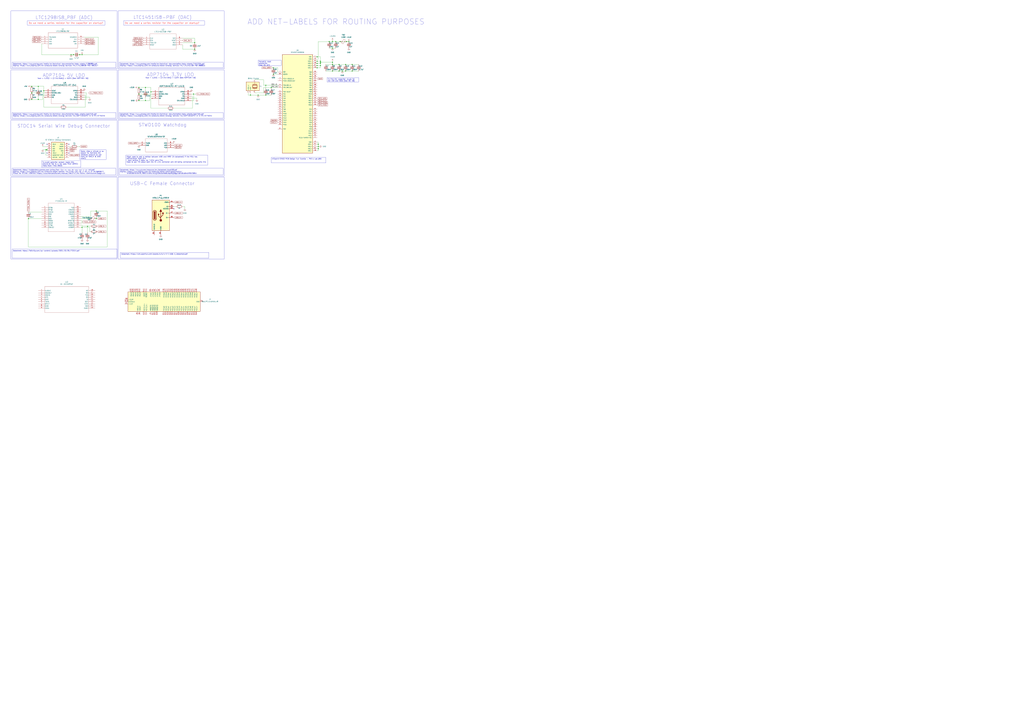
<source format=kicad_sch>
(kicad_sch (version 20231120) (generator "eeschema") (generator_version "8.0")
  (paper "A0")
  (title_block (title "0.1") (company "Kansas State University"))
  (junction (at 372.11 72.39))
  (junction (at 111.76 254))
  (junction (at 369.57 170.18))
  (junction (at 161.29 116.84))
  (junction (at 95.25 264.16))
  (junction (at 369.57 167.64))
  (junction (at 168.91 101.6))
  (junction (at 85.09 63.5))
  (junction (at 408.94 82.55))
  (junction (at 368.3 76.2))
  (junction (at 53.34 173.99))
  (junction (at 368.3 78.74))
  (junction (at 226.06 49.53))
  (junction (at 386.08 48.26))
  (junction (at 393.7 74.93))
  (junction (at 317.5 86.36))
  (junction (at 372.11 73.66))
  (junction (at 372.11 71.12))
  (junction (at 386.08 55.88))
  (junction (at 386.08 74.93))
  (junction (at 405.13 48.26))
  (junction (at 224.79 109.22))
  (junction (at 290.83 110.49))
  (junction (at 382.27 48.26))
  (junction (at 36.83 100.33))
  (junction (at 386.08 82.55))
  (junction (at 82.55 63.5))
  (junction (at 369.57 172.72))
  (junction (at 372.11 76.2))
  (junction (at 401.32 74.93))
  (junction (at 161.29 101.6))
  (junction (at 368.3 73.66))
  (junction (at 389.89 48.26))
  (junction (at 36.83 115.57))
  (junction (at 33.02 254))
  (junction (at 44.45 100.33))
  (junction (at 368.3 66.04))
  (junction (at 168.91 116.84))
  (junction (at 397.51 82.55))
  (junction (at 50.8 105.41))
  (junction (at 308.61 99.06))
  (junction (at 394.97 48.26))
  (junction (at 314.96 101.6))
  (junction (at 54.61 173.99))
  (junction (at 44.45 115.57))
  (junction (at 111.76 245.11))
  (junction (at 408.94 74.93))
  (junction (at 368.3 71.12))
  (junction (at 95.25 63.5))
  (junction (at 386.08 72.39))
  (junction (at 317.5 78.74))
  (junction (at 308.61 110.49))
  (junction (at 402.59 48.26))
  (junction (at 226.06 57.15))
  (junction (at 299.72 110.49))
  (junction (at 161.29 109.22))
  (junction (at 92.71 63.5))
  (junction (at 175.26 106.68))
  (junction (at 401.32 82.55))
  (junction (at 393.7 82.55))
  (junction (at 36.83 107.95))
  (junction (at 101.6 262.89))
  (no_connect (at 80.01 167.64))
  (no_connect (at 201.93 242.57))
  (no_connect (at 80.01 177.8))
  (no_connect (at 54.61 167.64))
  (no_connect (at 54.61 177.8))
  (wire (pts (xy 306.07 99.06) (xy 306.07 92.71)))
  (wire (pts (xy 124.46 245.11) (xy 124.46 287.02)))
  (wire (pts (xy 386.08 82.55) (xy 393.7 82.55)))
  (wire (pts (xy 389.89 48.26) (xy 386.08 48.26)))
  (wire (pts (xy 93.98 256.54) (xy 95.25 256.54)))
  (wire (pts (xy 224.79 116.84) (xy 222.25 116.84)))
  (wire (pts (xy 401.32 74.93) (xy 408.94 74.93)))
  (wire (pts (xy 175.26 106.68) (xy 176.53 106.68)))
  (wire (pts (xy 104.14 269.24) (xy 105.41 269.24)))
  (wire (pts (xy 372.11 66.04) (xy 372.11 71.12)))
  (wire (pts (xy 35.56 100.33) (xy 36.83 100.33)))
  (wire (pts (xy 382.27 48.26) (xy 382.27 49.53)))
  (wire (pts (xy 306.07 99.06) (xy 308.61 99.06)))
  (wire (pts (xy 113.03 254) (xy 111.76 254)))
  (wire (pts (xy 175.26 106.68) (xy 175.26 125.73)))
  (wire (pts (xy 214.63 240.03) (xy 214.63 242.57)))
  (wire (pts (xy 314.96 101.6) (xy 314.96 102.87)))
  (wire (pts (xy 288.29 110.49) (xy 290.83 110.49)))
  (wire (pts (xy 408.94 82.55) (xy 416.56 82.55)))
  (wire (pts (xy 314.96 101.6) (xy 322.58 101.6)))
  (wire (pts (xy 367.03 73.66) (xy 368.3 73.66)))
  (wire (pts (xy 111.76 252.73) (xy 111.76 254)))
  (wire (pts (xy 226.06 44.45) (xy 226.06 49.53)))
  (wire (pts (xy 226.06 49.53) (xy 212.09 49.53)))
  (wire (pts (xy 372.11 72.39) (xy 372.11 71.12)))
  (wire (pts (xy 99.06 110.49) (xy 99.06 124.46)))
  (wire (pts (xy 33.02 246.38) (xy 48.26 246.38)))
  (wire (pts (xy 95.25 264.16) (xy 104.14 264.16)))
  (wire (pts (xy 49.53 115.57) (xy 49.53 110.49)))
  (wire (pts (xy 212.09 44.45) (xy 226.06 44.45)))
  (wire (pts (xy 372.11 73.66) (xy 372.11 76.2)))
  (wire (pts (xy 168.91 116.84) (xy 173.99 116.84)))
  (wire (pts (xy 224.79 109.22) (xy 224.79 116.84)))
  (wire (pts (xy 368.3 78.74) (xy 372.11 78.74)))
  (wire (pts (xy 160.02 116.84) (xy 161.29 116.84)))
  (wire (pts (xy 382.27 48.26) (xy 386.08 48.26)))
  (wire (pts (xy 50.8 105.41) (xy 52.07 105.41)))
  (wire (pts (xy 50.8 105.41) (xy 50.8 124.46)))
  (wire (pts (xy 368.3 68.58) (xy 369.57 68.58)))
  (wire (pts (xy 290.83 110.49) (xy 299.72 110.49)))
  (wire (pts (xy 36.83 100.33) (xy 44.45 100.33)))
  (wire (pts (xy 95.25 256.54) (xy 95.25 259.08)))
  (wire (pts (xy 173.99 116.84) (xy 173.99 111.76)))
  (wire (pts (xy 386.08 71.12) (xy 386.08 72.39)))
  (wire (pts (xy 90.17 170.18) (xy 92.71 170.18)))
  (wire (pts (xy 53.34 173.99) (xy 54.61 173.99)))
  (wire (pts (xy 317.5 86.36) (xy 322.58 86.36)))
  (wire (pts (xy 44.45 100.33) (xy 44.45 104.14)))
  (wire (pts (xy 101.6 262.89) (xy 105.41 262.89)))
  (wire (pts (xy 36.83 107.95) (xy 52.07 107.95)))
  (wire (pts (xy 95.25 264.16) (xy 95.25 270.51)))
  (wire (pts (xy 36.83 115.57) (xy 44.45 115.57)))
  (wire (pts (xy 369.57 165.1) (xy 369.57 167.64)))
  (wire (pts (xy 299.72 110.49) (xy 308.61 110.49)))
  (wire (pts (xy 317.5 78.74) (xy 322.58 78.74)))
  (wire (pts (xy 368.3 73.66) (xy 372.11 73.66)))
  (wire (pts (xy 95.25 259.08) (xy 93.98 259.08)))
  (wire (pts (xy 93.98 251.46) (xy 105.41 251.46)))
  (wire (pts (xy 393.7 82.55) (xy 397.51 82.55)))
  (wire (pts (xy 201.93 240.03) (xy 204.47 240.03)))
  (wire (pts (xy 173.99 111.76) (xy 176.53 111.76)))
  (wire (pts (xy 161.29 101.6) (xy 168.91 101.6)))
  (wire (pts (xy 114.3 63.5) (xy 95.25 63.5)))
  (wire (pts (xy 97.79 113.03) (xy 104.14 113.03)))
  (wire (pts (xy 48.26 63.5) (xy 82.55 63.5)))
  (wire (pts (xy 222.25 111.76) (xy 223.52 111.76)))
  (wire (pts (xy 105.41 251.46) (xy 105.41 245.11)))
  (wire (pts (xy 223.52 111.76) (xy 223.52 125.73)))
  (wire (pts (xy 224.79 109.22) (xy 222.25 109.22)))
  (wire (pts (xy 228.6 114.3) (xy 228.6 115.57)))
  (wire (pts (xy 306.07 101.6) (xy 314.96 101.6)))
  (wire (pts (xy 49.53 110.49) (xy 52.07 110.49)))
  (wire (pts (xy 369.57 170.18) (xy 369.57 172.72)))
  (wire (pts (xy 49.53 170.18) (xy 54.61 170.18)))
  (wire (pts (xy 104.14 264.16) (xy 104.14 269.24)))
  (wire (pts (xy 100.33 115.57) (xy 97.79 115.57)))
  (wire (pts (xy 386.08 55.88) (xy 389.89 55.88)))
  (wire (pts (xy 367.03 71.12) (xy 368.3 71.12)))
  (wire (pts (xy 33.02 287.02) (xy 124.46 287.02)))
  (wire (pts (xy 49.53 173.99) (xy 53.34 173.99)))
  (wire (pts (xy 168.91 101.6) (xy 168.91 105.41)))
  (wire (pts (xy 168.91 113.03) (xy 168.91 116.84)))
  (wire (pts (xy 369.57 167.64) (xy 369.57 170.18)))
  (wire (pts (xy 368.3 167.64) (xy 369.57 167.64)))
  (wire (pts (xy 367.03 66.04) (xy 368.3 66.04)))
  (wire (pts (xy 393.7 74.93) (xy 401.32 74.93)))
  (wire (pts (xy 386.08 74.93) (xy 393.7 74.93)))
  (wire (pts (xy 397.51 82.55) (xy 401.32 82.55)))
  (wire (pts (xy 161.29 109.22) (xy 176.53 109.22)))
  (wire (pts (xy 101.6 262.89) (xy 101.6 270.51)))
  (wire (pts (xy 97.79 110.49) (xy 99.06 110.49)))
  (wire (pts (xy 227.33 109.22) (xy 224.79 109.22)))
  (wire (pts (xy 80.01 170.18) (xy 82.55 170.18)))
  (wire (pts (xy 35.56 115.57) (xy 36.83 115.57)))
  (wire (pts (xy 33.02 254) (xy 33.02 287.02)))
  (wire (pts (xy 368.3 66.04) (xy 372.11 66.04)))
  (wire (pts (xy 290.83 107.95) (xy 290.83 110.49)))
  (wire (pts (xy 386.08 72.39) (xy 386.08 74.93)))
  (wire (pts (xy 408.94 74.93) (xy 416.56 74.93)))
  (wire (pts (xy 367.03 78.74) (xy 368.3 78.74)))
  (wire (pts (xy 402.59 48.26) (xy 394.97 48.26)))
  (wire (pts (xy 288.29 107.95) (xy 288.29 110.49)))
  (wire (pts (xy 48.26 254) (xy 33.02 254)))
  (wire (pts (xy 212.09 57.15) (xy 226.06 57.15)))
  (wire (pts (xy 44.45 115.57) (xy 49.53 115.57)))
  (wire (pts (xy 223.52 125.73) (xy 201.93 125.73)))
  (wire (pts (xy 372.11 72.39) (xy 386.08 72.39)))
  (wire (pts (xy 372.11 76.2) (xy 372.11 78.74)))
  (wire (pts (xy 95.25 262.89) (xy 101.6 262.89)))
  (wire (pts (xy 306.07 101.6) (xy 306.07 107.95)))
  (wire (pts (xy 369.57 48.26) (xy 382.27 48.26)))
  (wire (pts (xy 161.29 116.84) (xy 168.91 116.84)))
  (wire (pts (xy 160.02 101.6) (xy 161.29 101.6)))
  (wire (pts (xy 97.79 43.18) (xy 114.3 43.18)))
  (wire (pts (xy 50.8 100.33) (xy 50.8 105.41)))
  (wire (pts (xy 386.08 46.99) (xy 386.08 48.26)))
  (wire (pts (xy 369.57 175.26) (xy 368.3 175.26)))
  (wire (pts (xy 368.3 172.72) (xy 369.57 172.72)))
  (wire (pts (xy 104.14 254) (xy 93.98 254)))
  (wire (pts (xy 212.09 52.07) (xy 212.09 57.15)))
  (wire (pts (xy 369.57 170.18) (xy 370.84 170.18)))
  (wire (pts (xy 111.76 245.11) (xy 124.46 245.11)))
  (wire (pts (xy 369.57 68.58) (xy 369.57 48.26)))
  (wire (pts (xy 401.32 82.55) (xy 408.94 82.55)))
  (wire (pts (xy 48.26 50.8) (xy 48.26 63.5)))
  (wire (pts (xy 382.27 55.88) (xy 386.08 55.88)))
  (wire (pts (xy 50.8 124.46) (xy 69.85 124.46)))
  (wire (pts (xy 368.3 76.2) (xy 372.11 76.2)))
  (wire (pts (xy 85.09 63.5) (xy 92.71 63.5)))
  (wire (pts (xy 402.59 48.26) (xy 405.13 48.26)))
  (wire (pts (xy 54.61 180.34) (xy 53.34 180.34)))
  (wire (pts (xy 317.5 78.74) (xy 316.23 78.74)))
  (wire (pts (xy 308.61 99.06) (xy 308.61 102.87)))
  (wire (pts (xy 54.61 173.99) (xy 54.61 175.26)))
  (wire (pts (xy 168.91 101.6) (xy 175.26 101.6)))
  (wire (pts (xy 212.09 240.03) (xy 214.63 240.03)))
  (wire (pts (xy 368.3 170.18) (xy 369.57 170.18)))
  (wire (pts (xy 54.61 172.72) (xy 54.61 173.99)))
  (wire (pts (xy 104.14 113.03) (xy 104.14 114.3)))
  (wire (pts (xy 44.45 111.76) (xy 44.45 115.57)))
  (wire (pts (xy 93.98 261.62) (xy 95.25 261.62)))
  (wire (pts (xy 100.33 107.95) (xy 100.33 115.57)))
  (wire (pts (xy 53.34 180.34) (xy 53.34 173.99)))
  (wire (pts (xy 175.26 101.6) (xy 175.26 106.68)))
  (wire (pts (xy 368.3 71.12) (xy 372.11 71.12)))
  (wire (pts (xy 322.58 83.82) (xy 322.58 78.74)))
  (wire (pts (xy 306.07 92.71) (xy 295.91 92.71)))
  (wire (pts (xy 308.61 110.49) (xy 314.96 110.49)))
  (wire (pts (xy 306.07 107.95) (xy 295.91 107.95)))
  (wire (pts (xy 378.46 82.55) (xy 386.08 82.55)))
  (wire (pts (xy 175.26 125.73) (xy 194.31 125.73)))
  (wire (pts (xy 114.3 43.18) (xy 114.3 63.5)))
  (wire (pts (xy 367.03 76.2) (xy 368.3 76.2)))
  (wire (pts (xy 44.45 100.33) (xy 50.8 100.33)))
  (wire (pts (xy 222.25 114.3) (xy 228.6 114.3)))
  (wire (pts (xy 100.33 107.95) (xy 97.79 107.95)))
  (wire (pts (xy 99.06 124.46) (xy 77.47 124.46)))
  (wire (pts (xy 105.41 245.11) (xy 111.76 245.11)))
  (wire (pts (xy 372.11 72.39) (xy 372.11 73.66)))
  (wire (pts (xy 369.57 172.72) (xy 369.57 175.26)))
  (wire (pts (xy 378.46 74.93) (xy 386.08 74.93)))
  (wire (pts (xy 95.25 261.62) (xy 95.25 262.89)))
  (wire (pts (xy 389.89 48.26) (xy 394.97 48.26)))
  (wire (pts (xy 85.09 63.5) (xy 82.55 63.5)))
  (wire (pts (xy 308.61 99.06) (xy 322.58 99.06)))
  (wire (pts (xy 93.98 264.16) (xy 95.25 264.16)))
  (wire (pts (xy 368.3 165.1) (xy 369.57 165.1)))
  (wire (pts (xy 95.25 63.5) (xy 92.71 63.5)))
  (rectangle (start 137.16 81.28) (end 260.35 138.43))
  (rectangle (start 12.7 81.28) (end 135.89 138.43))
  (rectangle (start 12.7 12.7) (end 135.89 80.01))
  (rectangle (start 12.7 139.7) (end 135.89 204.47))
  (rectangle (start 137.16 12.7) (end 260.35 80.01))
  (rectangle (start 137.16 139.7) (end 260.35 204.47))
  (rectangle (start 12.7 205.74) (end 135.89 300.99))
  (rectangle (start 137.16 205.74) (end 260.35 300.99))
  (text_box "Parasitic reset protection\n{See DS-67}" (at 299.72 69.85 0) (size 26.67 6.35) (effects (font (size 1.27 1.27)) (justify left top)))
  (text_box "Do we need a series resistor for the capacitor on startup?" (at 31.75 24.13 0) (size 90.17 5.08) (effects (font (size 1.905 1.905)) (justify left top)))
  (text_box "Datasheet: https://suddendocs.samtec.com/prints/ftsh-1xx-xx-xxx-dv-xxx-xxx-x-xx-mkt.pdf\nDigikey: https://www.digikey.com/en/products/detail/samtec-inc/FTSH-107-01-F-DV-K-P-TR/6693677\nPinout for STLINK-V3MINIE: https://www.manualslib.com/manual/2612747/St-Stlink-V3minie.html?page=11" (at 13.97 195.58 0) (size 120.65 7.62) (effects (font (size 1.27 1.27)) (justify left top)))
  (text_box "Datasheet: https://cdn.sparkfun.com/assets/e/b/4/f/7/USB-C_Datasheet.pdf" (at 139.7 293.37 0) (size 102.87 6.35) (effects (font (size 1.27 1.27)) (justify left top)))
  (text_box "Datasheet: https://ftdichip.com/wp-content/uploads/2021/10/DS_FT231X.pdf" (at 13.97 289.56 0) (size 121.92 10.16) (effects (font (size 1.27 1.27)) (justify left top)))
  (text_box "Datasheet: https://www.analog.com/media/en/technical-documentation/data-sheets/adp7104.pdf\nDigikey: https://www.digikey.com/en/products/detail/analog-devices-inc/ADP7104ACPZ-5-0-R7/3775245" (at 13.97 130.81 0) (size 120.65 6.35) (effects (font (size 1.27 1.27)) (justify left top)))
  (text_box "Do we need a series resistor for the capacitor on startup?" (at 143.51 24.13 0) (size 93.98 5.08) (effects (font (size 1.905 1.905)) (justify left top)))
  (text_box "Might need to add a resistor between WDO and NRST (in datasheet) if the MCU has bidirectional reset pins\nI dont believe it does, so i think were fine.\nNeed to ask Tim about both the ST-Link connector and WD being connected to the same line" (at 146.05 180.34 0) (size 95.25 11.43) (effects (font (size 1.27 1.27)) (justify left top)))
  (text_box "Same video a minute or so sooner he mentions the resistors (should we use them for SWCLK & SWO also?)" (at 92.71 173.99 0) (size 30.48 11.43) (effects (font (size 1.27 1.27)) (justify left top)))
  (text_box "Datasheet: https://www.analog.com/media/en/technical-documentation/data-sheets/adp7104.pdf\nDigikey: https://www.digikey.com/en/products/detail/analog-devices-inc/ADP7104ACPZ-3-3-R7/3775244" (at 138.43 130.81 0) (size 120.65 6.35) (effects (font (size 1.27 1.27)) (justify left top)))
  (text_box "To avoid potential random resets this should be fed by a low pass filter (NRST)\nVideo Start Time: 59:55" (at 48.26 186.69 0) (size 45.72 7.62) (effects (font (size 1.27 1.27)) (justify left top)))
  (text_box "Datasheet: https://www.analog.com/media/en/technical-documentation/data-sheets/145123fs.pdf\nDigikey: https://www.digikey.com/en/products/detail/analog-devices-inc/LTC1451IS8-PBF/888831\n" (at 138.43 72.39 0) (size 120.65 6.35) (effects (font (size 1.27 1.27)) (justify left top)))
  (text_box "KiCad 6 STM32 PCB Design Full Tutorial - Phil's Lab #65" (at 314.96 182.88 0) (size 63.5 6.35) (effects (font (size 1.27 1.27)) (justify left top)))
  (text_box "Datasheet: https://www.analog.com/media/en/technical-documentation/data-sheets/128698fs.pdf\nDigikey: https://www.digikey.com/en/products/detail/analog-devices-inc/LTC1298IS8-PBF/891017" (at 13.97 72.39 0) (size 120.65 6.35) (effects (font (size 1.27 1.27)) (justify left top)))
  (text_box "Datasheet: https://www.st.com/resource/en/datasheet/stwd100.pdf\nDigikey: https://www.digikey.com/en/products/detail/stmicroelectronics/\n        STWD100YNXWY3F/9557110?s=N4IgTCBcDaIMoBUDqARAjABgwTQHIA0lsBmAMRAF0BfIA" (at 138.43 195.58 0) (size 120.65 7.62) (effects (font (size 1.27 1.27)) (justify left top)))
  (text_box "To find the capacitor values for the VDD and VDDA {See DS-36}" (at 379.73 90.17 0) (size 36.83 5.08) (effects (font (size 1.27 1.27)) (justify left top)))
  (text "STDC14 Serial Wire Debug Connector" (at 73.914 146.558 0) (effects (font (size 3.81 3.81))))
  (text "LTC1298IS8_PBF (ADC)\n" (at 74.422 20.574 0) (effects (font (size 3.81 3.81))))
  (text "Vout = 1.22(1 + (17.4k/10k)) = 3.34V {See ADP7104-16}" (at 198.12 90.424 0) (effects (font (size 1.27 1.27))))
  (text "STWD100 Watchdog" (at 188.722 145.288 0) (effects (font (size 3.81 3.81))))
  (text "ADD NET-LABELS FOR ROUTING PURPOSES" (at 390.144 25.4 0) (effects (font (size 6.35 6.35))))
  (text "USB-C Female Connector" (at 188.468 213.36 0) (effects (font (size 3.81 3.81))))
  (text "LTC1451IS8-PBF (DAC)" (at 188.722 20.32 0) (effects (font (size 3.81 3.81))))
  (text "ADP7104 5V LDO" (at 74.168 87.63 0) (effects (font (size 3.81 3.81))))
  (text "Vout = 1.22(1 + (17.4k/5.6k)) = 5.01V {See ADP7104-16}" (at 73.152 91.186 0) (effects (font (size 1.27 1.27))))
  (text "ADP7104 3.3V LDO" (at 197.866 86.868 0) (effects (font (size 3.81 3.81))))
  (label "OSC_IN" (at 314.96 99.06 0))
  (label "OSC_OUT" (at 314.96 101.6 0))
  (global_label "MCU_NRST" (shape input) (at 316.23 78.74 180) (property "Intersheetrefs" "${INTERSHEET_REFS}" (effects (hide yes))))
  (global_label "SPI2_MOSI" (shape input) (at 368.3 121.92 0) (property "Intersheetrefs" "${INTERSHEET_REFS}" (effects (hide yes))))
  (global_label "SWO" (shape input) (at 368.3 91.44 0) (property "Intersheetrefs" "${INTERSHEET_REFS}" (effects (hide yes))))
  (global_label "SPI2_CS" (shape input) (at 166.37 49.53 180) (property "Intersheetrefs" "${INTERSHEET_REFS}" (effects (hide yes))))
  (global_label "USB_D-" (shape input) (at 201.93 247.65 0) (property "Intersheetrefs" "${INTERSHEET_REFS}" (effects (hide yes))))
  (global_label "USB_V+" (shape input) (at 201.93 234.95 0) (property "Intersheetrefs" "${INTERSHEET_REFS}" (effects (hide yes))))
  (global_label "USB_D+" (shape input) (at 113.03 269.24 0) (property "Intersheetrefs" "${INTERSHEET_REFS}" (effects (hide yes))))
  (global_label "SPI2_CLK" (shape input) (at 368.3 116.84 0) (property "Intersheetrefs" "${INTERSHEET_REFS}" (effects (hide yes))))
  (global_label "V+_FROM_PCIE" (shape input) (at 102.87 107.95 0) (property "Intersheetrefs" "${INTERSHEET_REFS}" (effects (hide yes))))
  (global_label "SPI2_MISO" (shape input) (at 368.3 119.38 0) (property "Intersheetrefs" "${INTERSHEET_REFS}" (effects (hide yes))))
  (global_label "SWO" (shape input) (at 80.01 175.26 0) (property "Intersheetrefs" "${INTERSHEET_REFS}" (effects (hide yes))))
  (global_label "SPI2_MOSI" (shape input) (at 166.37 46.99 180) (property "Intersheetrefs" "${INTERSHEET_REFS}" (effects (hide yes))))
  (global_label "SWDIO" (shape input) (at 322.58 139.7 180) (property "Intersheetrefs" "${INTERSHEET_REFS}" (effects (hide yes))))
  (global_label "MCU_NRST" (shape input) (at 80.01 180.34 0) (property "Intersheetrefs" "${INTERSHEET_REFS}" (effects (hide yes))))
  (global_label "USB_V+" (shape input) (at 113.03 254 0) (property "Intersheetrefs" "${INTERSHEET_REFS}" (effects (hide yes))))
  (global_label "SWDIO" (shape input) (at 92.71 170.18 0) (property "Intersheetrefs" "${INTERSHEET_REFS}" (effects (hide yes))))
  (global_label "ADC_CH0" (shape input) (at 48.26 45.72 180) (property "Intersheetrefs" "${INTERSHEET_REFS}" (effects (hide yes))))
  (global_label "ADC_CH1" (shape input) (at 48.26 48.26 180) (property "Intersheetrefs" "${INTERSHEET_REFS}" (effects (hide yes))))
  (global_label "SPI2_MISO" (shape input) (at 166.37 52.07 180) (property "Intersheetrefs" "${INTERSHEET_REFS}" (effects (hide yes))))
  (global_label "SPI2_MOSI" (shape input) (at 97.79 50.8 0) (property "Intersheetrefs" "${INTERSHEET_REFS}" (effects (hide yes))))
  (global_label "SWCLK" (shape input) (at 80.01 172.72 0) (property "Intersheetrefs" "${INTERSHEET_REFS}" (effects (hide yes))))
  (global_label "WD_EN" (shape input) (at 201.93 171.45 0) (property "Intersheetrefs" "${INTERSHEET_REFS}" (effects (hide yes))))
  (global_label "WD_WDI" (shape input) (at 201.93 168.91 0) (property "Intersheetrefs" "${INTERSHEET_REFS}" (effects (hide yes))))
  (global_label "SPI2_CS" (shape input) (at 48.26 43.18 180) (property "Intersheetrefs" "${INTERSHEET_REFS}" (effects (hide yes))))
  (global_label "FT231_3V3OUT" (shape input) (at 95.25 257.81 0) (property "Intersheetrefs" "${INTERSHEET_REFS}" (effects (hide yes))))
  (global_label "SPI2_NSS" (shape input) (at 368.3 114.3 0) (property "Intersheetrefs" "${INTERSHEET_REFS}" (effects (hide yes))))
  (global_label "FT231_3V3OUT" (shape input) (at 33.02 246.38 90) (property "Intersheetrefs" "${INTERSHEET_REFS}" (effects (hide yes))))
  (global_label "V+_FROM_PCIE" (shape input) (at 227.33 109.22 0) (property "Intersheetrefs" "${INTERSHEET_REFS}" (effects (hide yes))))
  (global_label "USB_D-" (shape input) (at 113.03 262.89 0) (property "Intersheetrefs" "${INTERSHEET_REFS}" (effects (hide yes))))
  (global_label "SPI2_CLK" (shape input) (at 97.79 45.72 0) (property "Intersheetrefs" "${INTERSHEET_REFS}" (effects (hide yes))))
  (global_label "SPI2_CLK" (shape input) (at 166.37 44.45 180) (property "Intersheetrefs" "${INTERSHEET_REFS}" (effects (hide yes))))
  (global_label "SPI2_MISO" (shape input) (at 97.79 48.26 0) (property "Intersheetrefs" "${INTERSHEET_REFS}" (effects (hide yes))))
  (global_label "SWCLK" (shape input) (at 322.58 142.24 180) (property "Intersheetrefs" "${INTERSHEET_REFS}" (effects (hide yes))))
  (global_label "DAC_OUT" (shape input) (at 212.09 46.99 0) (property "Intersheetrefs" "${INTERSHEET_REFS}" (effects (hide yes))))
  (global_label "USB_D+" (shape input) (at 201.93 252.73 0) (property "Intersheetrefs" "${INTERSHEET_REFS}" (effects (hide yes))))
  (global_label "MCU_NRST" (shape input) (at 161.29 166.37 180) (property "Intersheetrefs" "${INTERSHEET_REFS}" (effects (hide yes))))
  (symbol (lib_id "Device:R") (at 73.66 124.46 90) (unit 1)
    (property "Reference" "R5" (at 73.66 122.174 90))
    (property "Value" "100k" (at 73.66 126.746 90))
    (property "Footprint" "Resistor_SMD:R_0805_2012Metric" (effects (hide yes)))
    (property "Description" "Resistor" (effects (hide yes)))
  )
  (symbol (lib_id "Device:C") (at 168.91 109.22 0) (unit 1)
    (property "Reference" "C19" (at 169.164 107.188 0) (effects (justify left)))
    (property "Value" "2.2uF" (at 169.164 111.252 0) (effects (justify left)))
    (property "Footprint" "Capacitor_SMD:C_0805_2012Metric" (effects (hide yes)))
    (property "Description" "Unpolarized capacitor" (effects (hide yes)))
  )
  (symbol (lib_id "Connector:USB_C_Plug_USB2.0") (at 186.69 250.19 0) (unit 1)
    (property "Reference" "P1" (at 186.69 227.33 0))
    (property "Value" "USB_C_Plug_USB2.0" (at 186.69 229.87 0))
    (property "Datasheet" "https://www.usb.org/sites/default/files/documents/usb_type-c.zip" (effects (hide yes)))
    (property "Description" "USB 2.0-only Type-C Plug connector" (effects (hide yes)))
  )
  (symbol (lib_id "Device:R") (at 161.29 105.41 180) (unit 1)
    (property "Reference" "R8" (at 162.306 104.14 0) (effects (justify right)))
    (property "Value" "17.4k" (at 162.306 106.68 0) (effects (justify right)))
    (property "Footprint" "Resistor_SMD:R_0805_2012Metric" (effects (hide yes)))
    (property "Description" "Resistor" (effects (hide yes)))
  )
  (symbol (lib_id "Device:C") (at 101.6 274.32 0) (unit 1)
    (property "Reference" "C4" (at 98.806 272.288 0) (effects (justify left)))
    (property "Value" "47pF" (at 101.854 276.352 0) (effects (justify left)))
    (property "Footprint" "Capacitor_SMD:C_0805_2012Metric" (effects (hide yes)))
    (property "Description" "Unpolarized capacitor" (effects (hide yes)))
  )
  (symbol (lib_id "power:+5V") (at 35.56 100.33 90) (unit 1)
    (property "Reference" "#PWR018" (effects (hide yes)))
    (property "Value" "+5V" (at 31.75 100.3299 90) (effects (justify left)))
    (property "Description" "Power symbol creates a global label with name \"+5V\"" (effects (hide yes)))
  )
  (symbol (lib_id "Device:C") (at 405.13 52.07 0) (unit 1)
    (property "Reference" "C15" (at 405.384 50.038 0) (effects (justify left)))
    (property "Value" "1uF" (at 405.384 54.102 0) (effects (justify left)))
    (property "Footprint" "Capacitor_SMD:C_0805_2012Metric" (effects (hide yes)))
    (property "Description" "Unpolarized capacitor" (effects (hide yes)))
  )
  (symbol (lib_id "power:GND") (at 214.63 242.57 0) (unit 1)
    (property "Reference" "#PWR05" (effects (hide yes)))
    (property "Value" "GND" (at 214.63 247.65 0))
    (property "Description" "Power symbol creates a global label with name \"GND\" , ground" (effects (hide yes)))
  )
  (symbol (lib_id "power:GND") (at 49.53 173.99 0) (unit 1)
    (property "Reference" "#PWR015" (effects (hide yes)))
    (property "Value" "GND" (at 49.53 178.054 0))
    (property "Description" "Power symbol creates a global label with name \"GND\" , ground" (effects (hide yes)))
  )
  (symbol (lib_id "Device:C") (at 382.27 52.07 0) (unit 1)
    (property "Reference" "C13" (at 382.27 50.038 0) (effects (justify left)))
    (property "Value" "10nF" (at 382.27 54.102 0) (effects (justify left)))
    (property "Footprint" "Capacitor_SMD:C_0805_2012Metric" (effects (hide yes)))
    (property "Description" "Unpolarized capacitor" (effects (hide yes)))
  )
  (symbol (lib_id "Device:R") (at 109.22 262.89 90) (unit 1)
    (property "Reference" "R3" (at 109.22 260.858 90))
    (property "Value" "27" (at 109.22 264.922 90))
    (property "Description" "Resistor" (effects (hide yes)))
  )
  (symbol (lib_id "power:+5V") (at 95.25 63.5 0) (unit 1)
    (property "Reference" "#PWR02" (effects (hide yes)))
    (property "Value" "+5V" (at 95.25 58.42 0))
    (property "Description" "Power symbol creates a global label with name \"+5V\"" (effects (hide yes)))
  )
  (symbol (lib_id "power:GND") (at 226.06 57.15 0) (unit 1)
    (property "Reference" "#PWR03" (effects (hide yes)))
    (property "Value" "GND" (at 226.06 62.23 0))
    (property "Description" "Power symbol creates a global label with name \"GND\" , ground" (effects (hide yes)))
  )
  (symbol (lib_id "power:GND") (at 161.29 168.91 0) (unit 1)
    (property "Reference" "#PWR026" (effects (hide yes)))
    (property "Value" "GND" (at 161.29 173.99 0))
    (property "Description" "Power symbol creates a global label with name \"GND\" , ground" (effects (hide yes)))
  )
  (symbol (lib_id "power:+3.3VA") (at 386.08 46.99 0) (unit 1)
    (property "Reference" "#PWR011" (effects (hide yes)))
    (property "Value" "+3.3VA" (at 386.08 41.91 0))
    (property "Description" "Power symbol creates a global label with name \"+3.3VA\"" (effects (hide yes)))
  )
  (symbol (lib_id "power:GND") (at 97.79 105.41 180) (unit 1)
    (property "Reference" "#PWR024" (effects (hide yes)))
    (property "Value" "GND" (at 97.79 100.33 0))
    (property "Description" "Power symbol creates a global label with name \"GND\" , ground" (effects (hide yes)))
  )
  (symbol (lib_id "power:GND") (at 397.51 82.55 0) (unit 1)
    (property "Reference" "#PWR010" (effects (hide yes)))
    (property "Value" "GND" (at 397.51 87.63 0))
    (property "Description" "Power symbol creates a global label with name \"GND\" , ground" (effects (hide yes)))
  )
  (symbol (lib_id "Device:C") (at 314.96 106.68 0) (unit 1)
    (property "Reference" "C17" (at 314.96 104.648 0) (effects (justify left)))
    (property "Value" "10pF" (at 314.96 108.712 0) (effects (justify left)))
    (property "Footprint" "Capacitor_SMD:C_0805_2012Metric" (effects (hide yes)))
    (property "Description" "Unpolarized capacitor" (effects (hide yes)))
  )
  (symbol (lib_id "power:GND") (at 160.02 116.84 270) (unit 1)
    (property "Reference" "#PWR022" (effects (hide yes)))
    (property "Value" "GND" (at 156.21 116.8399 90) (effects (justify right)))
    (property "Description" "Power symbol creates a global label with name \"GND\" , ground" (effects (hide yes)))
  )
  (symbol (lib_id "STM32F103RBT6:STM32F103RBT6") (at 345.44 119.38 0) (unit 1)
    (property "Reference" "U5" (at 345.44 58.42 0))
    (property "Value" "STM32F103RBT6" (at 345.44 60.96 0))
    (property "Footprint" "SDII LIB:QFP50P1200X1200X160-64N" (effects (hide yes)))
    (property "PARTREV" "18" (effects (hide yes)))
    (property "STANDARD" "IPC 7351B" (effects (hide yes)))
    (property "SNAPEDA_PACKAGE_ID" "22078" (effects (hide yes)))
    (property "MAXIMUM_PACKAGE_HEIGHT" "1.6 mm" (effects (hide yes)))
    (property "MANUFACTURER" "STMicroelectronics" (effects (hide yes)))
  )
  (symbol (lib_id "Device:C") (at 416.56 78.74 180) (unit 1)
    (property "Reference" "C12" (at 416.814 76.708 0) (effects (justify right)))
    (property "Value" "4.7uF" (at 416.814 80.772 0) (effects (justify right)))
    (property "Footprint" "Capacitor_SMD:C_0805_2012Metric" (effects (hide yes)))
    (property "Description" "Unpolarized capacitor" (effects (hide yes)))
  )
  (symbol (lib_id "Device:C") (at 386.08 78.74 180) (unit 1)
    (property "Reference" "C8" (at 386.08 76.708 0) (effects (justify right)))
    (property "Value" "100nF" (at 386.334 80.772 0) (effects (justify right)))
    (property "Footprint" "Capacitor_SMD:C_0805_2012Metric" (effects (hide yes)))
    (property "Description" "Unpolarized capacitor" (effects (hide yes)))
  )
  (symbol (lib_id "power:GND") (at 186.69 273.05 0) (unit 1)
    (property "Reference" "#PWR04" (effects (hide yes)))
    (property "Value" "GND" (at 186.69 278.13 0))
    (property "Description" "Power symbol creates a global label with name \"GND\" , ground" (effects (hide yes)))
  )
  (symbol (lib_id "LTC1451 (DAC):LTC1451IS8-PBF") (at 166.37 44.45 0) (unit 1)
    (property "Reference" "U2" (at 189.23 34.29 0) (effects (font (size 1.524 1.524))))
    (property "Value" "LTC1451IS8-PBF" (at 189.23 36.83 0) (effects (font (size 1.524 1.524))))
    (property "Footprint" "SDII LIB:SO-8_S_LIT" (effects (hide yes)))
    (property "Datasheet" "LTC1451IS8-PBF" (effects (hide yes)))
  )
  (symbol (lib_id "Device:R") (at 86.36 170.18 90) (unit 1)
    (property "Reference" "R4" (at 86.36 166.37 90))
    (property "Value" "22" (at 86.36 168.148 90))
    (property "Description" "Resistor" (effects (hide yes)))
  )
  (symbol (lib_id "power:GND") (at 370.84 170.18 90) (unit 1)
    (property "Reference" "#PWR08" (effects (hide yes)))
    (property "Value" "GND" (at 374.65 170.1799 90) (effects (justify right)))
    (property "Description" "Power symbol creates a global label with name \"GND\" , ground" (effects (hide yes)))
  )
  (symbol (lib_id "Device:C") (at 111.76 248.92 0) (unit 1)
    (property "Reference" "C6" (at 112.014 246.888 0) (effects (justify left)))
    (property "Value" "10nF" (at 112.268 250.952 0) (effects (justify left)))
    (property "Footprint" "Capacitor_SMD:C_0805_2012Metric" (effects (hide yes)))
    (property "Description" "Unpolarized capacitor" (effects (hide yes)))
  )
  (symbol (lib_id "power:GND") (at 228.6 115.57 0) (unit 1)
    (property "Reference" "#PWR023" (effects (hide yes)))
    (property "Value" "GND" (at 228.6 120.65 0))
    (property "Description" "Power symbol creates a global label with name \"GND\" , ground" (effects (hide yes)))
  )
  (symbol (lib_id "power:+3.3V") (at 405.13 48.26 0) (unit 1)
    (property "Reference" "#PWR028" (effects (hide yes)))
    (property "Value" "+3.3V" (at 405.13 43.18 0))
    (property "Description" "Power symbol creates a global label with name \"+3.3V\"" (effects (hide yes)))
  )
  (symbol (lib_id "HI_3110PSIF (ARINC 825):HI-3110PSIF") (at 44.45 337.82 0) (unit 1)
    (property "Reference" "U3" (at 77.47 327.66 0) (effects (font (size 1.524 1.524))))
    (property "Value" "HI-3110PSIF" (at 77.47 330.2 0) (effects (font (size 1.524 1.524))))
    (property "Footprint" "SDII LIB:SOIC-18WB_HIC" (effects (hide yes)))
    (property "Datasheet" "HI-3110PSIF" (effects (hide yes)))
  )
  (symbol (lib_id "power:GND") (at 104.14 114.3 0) (unit 1)
    (property "Reference" "#PWR020" (effects (hide yes)))
    (property "Value" "GND" (at 104.14 119.38 0))
    (property "Description" "Power symbol creates a global label with name \"GND\" , ground" (effects (hide yes)))
  )
  (symbol (lib_id "power:GND") (at 317.5 86.36 0) (unit 1)
    (property "Reference" "#PWR017" (effects (hide yes)))
    (property "Value" "GND" (at 317.5 90.17 0))
    (property "Description" "Power symbol creates a global label with name \"GND\" , ground" (effects (hide yes)))
  )
  (symbol (lib_id "Device:FerriteBead") (at 398.78 48.26 90) (unit 1)
    (property "Reference" "FB2" (at 398.7292 40.64 90))
    (property "Value" "120R" (at 398.7292 43.18 90))
    (property "Description" "Ferrite bead" (effects (hide yes)))
  )
  (symbol (lib_id "power:+3.3V") (at 49.53 170.18 0) (unit 1)
    (property "Reference" "#PWR016" (effects (hide yes)))
    (property "Value" "+3.3V" (at 49.276 166.37 0))
    (property "Description" "Power symbol creates a global label with name \"+3.3V\"" (effects (hide yes)))
  )
  (symbol (lib_id "Device:R") (at 36.83 104.14 180) (unit 1)
    (property "Reference" "R6" (at 37.846 102.87 0) (effects (justify right)))
    (property "Value" "17.4k" (at 37.846 105.41 0) (effects (justify right)))
    (property "Footprint" "Resistor_SMD:R_0805_2012Metric" (effects (hide yes)))
    (property "Description" "Resistor" (effects (hide yes)))
  )
  (symbol (lib_id "Device:C") (at 401.32 78.74 180) (unit 1)
    (property "Reference" "C10" (at 401.32 76.708 0) (effects (justify right)))
    (property "Value" "100nF" (at 401.574 80.772 0) (effects (justify right)))
    (property "Footprint" "Capacitor_SMD:C_0805_2012Metric" (effects (hide yes)))
    (property "Description" "Unpolarized capacitor" (effects (hide yes)))
  )
  (symbol (lib_id "ADP7104 (LDO):ADP7104ACPZ-R7") (at 52.07 105.41 0) (unit 1)
    (property "Reference" "U9" (at 75.184 96.266 0) (effects (font (size 1.524 1.524))))
    (property "Value" "ADP7104ACPZ-R7 (5v)" (at 75.184 98.806 0) (effects (font (size 1.524 1.524))))
    (property "Footprint" "CP_8_5_ADI" (effects (hide yes)))
    (property "Datasheet" "ADP7104ACPZ-R7" (effects (hide yes)))
  )
  (symbol (lib_id "Device:C") (at 95.25 274.32 0) (unit 1)
    (property "Reference" "C3" (at 92.202 272.288 0) (effects (justify left)))
    (property "Value" "47pF" (at 90.17 276.352 0) (effects (justify left)))
    (property "Footprint" "Capacitor_SMD:C_0805_2012Metric" (effects (hide yes)))
    (property "Description" "Unpolarized capacitor" (effects (hide yes)))
  )
  (symbol (lib_id "Device:FerriteBead") (at 107.95 254 90) (unit 1)
    (property "Reference" "FB1" (at 103.632 255.016 90))
    (property "Value" "FerriteBead" (at 101.346 252.984 90))
    (property "Description" "Ferrite bead" (effects (hide yes)))
  )
  (symbol (lib_id "Device:R") (at 109.22 269.24 90) (unit 1)
    (property "Reference" "R2" (at 109.22 267.208 90))
    (property "Value" "27" (at 109.22 271.272 90))
    (property "Description" "Resistor" (effects (hide yes)))
  )
  (symbol (lib_id "Device:C") (at 408.94 78.74 180) (unit 1)
    (property "Reference" "C11" (at 408.94 76.708 0) (effects (justify right)))
    (property "Value" "100nF" (at 409.194 80.772 0) (effects (justify right)))
    (property "Footprint" "Capacitor_SMD:C_0805_2012Metric" (effects (hide yes)))
    (property "Description" "Unpolarized capacitor" (effects (hide yes)))
  )
  (symbol (lib_id "Device:C") (at 378.46 78.74 180) (unit 1)
    (property "Reference" "C7" (at 378.714 76.708 0) (effects (justify right)))
    (property "Value" "100nF" (at 378.714 80.772 0) (effects (justify right)))
    (property "Footprint" "Capacitor_SMD:C_0805_2012Metric" (effects (hide yes)))
    (property "Description" "Unpolarized capacitor" (effects (hide yes)))
  )
  (symbol (lib_id "ABM3B-8MHz (Crystal):ABM3B-8.000MHZ-10-1-U-T") (at 295.91 100.33 270) (unit 1)
    (property "Reference" "Y1" (at 302.514 100.33 90))
    (property "Value" "8MHz Crystal" (at 294.386 91.186 90))
    (property "Footprint" "SDII LIB:XTAL_ABM3B-8.000MHZ-10-1-U-T" (effects (hide yes)))
    (property "PARTREV" "08.25.15" (effects (hide yes)))
    (property "MANUFACTURER" "Abracon" (effects (hide yes)))
    (property "MAXIMUM_PACKAGE_HEIGHT" "1.1 mm" (effects (hide yes)))
    (property "STANDARD" "Manufacturer Recommendations" (effects (hide yes)))
  )
  (symbol (lib_id "Device:C") (at 393.7 78.74 180) (unit 1)
    (property "Reference" "C9" (at 393.7 76.708 0) (effects (justify right)))
    (property "Value" "100nF" (at 393.954 80.772 0) (effects (justify right)))
    (property "Footprint" "Capacitor_SMD:C_0805_2012Metric" (effects (hide yes)))
    (property "Description" "Unpolarized capacitor" (effects (hide yes)))
  )
  (symbol (lib_id "power:GND") (at 95.25 278.13 0) (unit 1)
    (property "Reference" "#PWR06" (effects (hide yes)))
    (property "Value" "GND" (at 95.25 283.21 0))
    (property "Description" "Power symbol creates a global label with name \"GND\" , ground" (effects (hide yes)))
  )
  (symbol (lib_id "LTC1298 (ADC):LTC1298IS8_PBF") (at 48.26 43.18 0) (unit 1)
    (property "Reference" "U1" (at 72.898 33.782 0))
    (property "Value" "LTC1298IS8_PBF" (at 72.898 36.322 0))
    (property "Footprint" "SDII LIB:SOIC-8_S" (effects (hide yes)))
    (property "MF" "Analog Devices" (effects (hide yes)))
    (property "VENDOR" "Linear Technology" (effects (hide yes)))
    (property "Description_1" "\nADC, 12BIT, 11.1.KSPS, U POWER, 8SO; Resolution (Bits):12bit; Sampling Rate:11.1kSPS; Supply Voltage Range:4.5V to 5.5V; Supply Current:320µA; Digital IC Case Style:SOIC; No. of Pins:8; Input Channel Type:Differential, Single Ended; Data Interface:SPI; Operating Temperature Min:-40°C; Operating Temperature Max:85°C; MSL:MSL 1 - Unlimited; SVHC:No SVHC (19-Dec-2012); Operating Temperature Range:-40°C to +85°C\n" (effects (hide yes)))
    (property "Package" "SO-8 Linear Technology" (effects (hide yes)))
    (property "Price" "None" (effects (hide yes)))
    (property "Check_prices" "https://www.snapeda.com/parts/LTC1298IS8%23PBF/Analog+Devices/view-part/?ref=eda" (effects (hide yes)))
    (property "SnapEDA_Link" "https://www.snapeda.com/parts/LTC1298IS8%23PBF/Analog+Devices/view-part/?ref=snap" (effects (hide yes)))
    (property "MP" "LTC1298IS8#PBF" (effects (hide yes)))
    (property "Availability" "In Stock" (effects (hide yes)))
    (property "MANUFACTURER_PART_NUMBER" "ltc1298is8#pbf" (effects (hide yes)))
  )
  (symbol (lib_id "FT231XS-R (UART 2 USB):FT231XS-R") (at 48.26 241.3 0) (unit 1)
    (property "Reference" "U4" (at 71.12 231.14 0) (effects (font (size 1.524 1.524))))
    (property "Value" "FT231XS-R" (at 71.12 233.68 0) (effects (font (size 1.524 1.524))))
    (property "Footprint" "SDII LIB:FT231XS-R_FTD" (effects (hide yes)))
    (property "Datasheet" "FT231XS-R" (effects (hide yes)))
  )
  (symbol (lib_id "Device:C") (at 226.06 53.34 0) (unit 1)
    (property "Reference" "C2" (at 220.472 53.34 0) (effects (justify left)))
    (property "Value" ".1uF" (at 228.854 53.34 0) (effects (justify left)))
    (property "Footprint" "Capacitor_SMD:C_0805_2012Metric" (effects (hide yes)))
    (property "Description" "Unpolarized capacitor" (effects (hide yes)))
  )
  (symbol (lib_id "Device:R") (at 161.29 113.03 180) (unit 1)
    (property "Reference" "R9" (at 162.306 111.76 0) (effects (justify right)))
    (property "Value" "10k" (at 162.306 114.3 0) (effects (justify right)))
    (property "Footprint" "Resistor_SMD:R_0805_2012Metric" (effects (hide yes)))
    (property "Description" "Resistor" (effects (hide yes)))
  )
  (symbol (lib_id "Device:C") (at 44.45 107.95 0) (unit 1)
    (property "Reference" "C18" (at 44.704 105.918 0) (effects (justify left)))
    (property "Value" "2.2uF" (at 44.704 109.982 0) (effects (justify left)))
    (property "Footprint" "Capacitor_SMD:C_0805_2012Metric" (effects (hide yes)))
    (property "Description" "Unpolarized capacitor" (effects (hide yes)))
  )
  (symbol (lib_id "ADP7104 (LDO):ADP7104ACPZ-R7") (at 176.53 106.68 0) (unit 1)
    (property "Reference" "U7" (at 199.644 97.536 0) (effects (font (size 1.524 1.524))))
    (property "Value" "ADP7104ACPZ-R7 (v3.3)" (at 199.644 100.076 0) (effects (font (size 1.524 1.524))))
    (property "Footprint" "CP_8_5_ADI" (effects (hide yes)))
    (property "Datasheet" "ADP7104ACPZ-R7" (effects (hide yes)))
  )
  (symbol (lib_id "power:+3.3V") (at 201.93 166.37 0) (unit 1)
    (property "Reference" "#PWR027" (effects (hide yes)))
    (property "Value" "+3.3V" (at 201.93 161.29 0))
    (property "Description" "Power symbol creates a global label with name \"+3.3V\"" (effects (hide yes)))
  )
  (symbol (lib_id "power:+3.3V") (at 386.08 71.12 0) (unit 1)
    (property "Reference" "#PWR09" (effects (hide yes)))
    (property "Value" "+3.3V" (at 386.08 66.04 0))
    (property "Description" "Power symbol creates a global label with name \"+3.3V\"" (effects (hide yes)))
  )
  (symbol (lib_id "power:GND") (at 299.72 110.49 0) (unit 1)
    (property "Reference" "#PWR014" (effects (hide yes)))
    (property "Value" "GND" (at 299.72 115.57 0))
    (property "Description" "Power symbol creates a global label with name \"GND\" , ground" (effects (hide yes)))
  )
  (symbol (lib_id "Device:R") (at 198.12 125.73 90) (unit 1)
    (property "Reference" "R10" (at 198.12 123.444 90))
    (property "Value" "100k" (at 198.12 128.016 90))
    (property "Footprint" "Resistor_SMD:R_0805_2012Metric" (effects (hide yes)))
    (property "Description" "Resistor" (effects (hide yes)))
  )
  (symbol (lib_id "power:GND") (at 82.55 63.5 0) (unit 1)
    (property "Reference" "#PWR01" (effects (hide yes)))
    (property "Value" "GND" (at 82.55 68.58 0))
    (property "Description" "Power symbol creates a global label with name \"GND\" , ground" (effects (hide yes)))
  )
  (symbol (lib_id "Device:C") (at 317.5 82.55 0) (unit 1)
    (property "Reference" "C20" (at 317.5 80.518 0) (effects (justify left)))
    (property "Value" ".1uF" (at 317.5 84.582 0) (effects (justify left)))
    (property "Footprint" "Capacitor_SMD:C_0805_2012Metric" (effects (hide yes)))
    (property "Description" "Unpolarized capacitor" (effects (hide yes)))
  )
  (symbol (lib_id "power:GND") (at 386.08 55.88 0) (unit 1)
    (property "Reference" "#PWR012" (effects (hide yes)))
    (property "Value" "GND" (at 386.08 60.96 0))
    (property "Description" "Power symbol creates a global label with name \"GND\" , ground" (effects (hide yes)))
  )
  (symbol (lib_id "Device:C") (at 389.89 52.07 0) (unit 1)
    (property "Reference" "C14" (at 389.89 50.038 0) (effects (justify left)))
    (property "Value" "1uF" (at 389.89 54.102 0) (effects (justify left)))
    (property "Footprint" "Capacitor_SMD:C_0805_2012Metric" (effects (hide yes)))
    (property "Description" "Unpolarized capacitor" (effects (hide yes)))
  )
  (symbol (lib_id "power:GND") (at 222.25 106.68 180) (unit 1)
    (property "Reference" "#PWR025" (effects (hide yes)))
    (property "Value" "GND" (at 222.25 101.6 0))
    (property "Description" "Power symbol creates a global label with name \"GND\" , ground" (effects (hide yes)))
  )
  (symbol (lib_id "power:GND") (at 35.56 115.57 270) (unit 1)
    (property "Reference" "#PWR019" (effects (hide yes)))
    (property "Value" "GND" (at 31.75 115.5699 90) (effects (justify right)))
    (property "Description" "Power symbol creates a global label with name \"GND\" , ground" (effects (hide yes)))
  )
  (symbol (lib_id "Device:R") (at 36.83 111.76 180) (unit 1)
    (property "Reference" "R7" (at 37.846 110.49 0) (effects (justify right)))
    (property "Value" "5.6k" (at 37.846 113.03 0) (effects (justify right)))
    (property "Footprint" "Resistor_SMD:R_0805_2012Metric" (effects (hide yes)))
    (property "Description" "Resistor" (effects (hide yes)))
  )
  (symbol (lib_id "STDC14 (STM32 Debug Conn):FTSH-107-01-F-DV-K-P-TR") (at 67.31 175.26 0) (unit 1)
    (property "Reference" "J2" (at 67.31 160.02 0))
    (property "Value" "ST STDC14 (Debug Connector)" (at 67.31 162.56 0))
    (property "Footprint" "FTSH-107-01-F-DV-K-P-TR:SAMTEC_FTSH-107-01-F-DV-K-P-TR" (effects (hide yes)))
    (property "PARTREV" "R" (effects (hide yes)))
    (property "MANUFACTURER" "Samtec" (effects (hide yes)))
    (property "STANDARD" "Manufacturer Recommendations" (effects (hide yes)))
  )
  (symbol (lib_id "power:+3.3V") (at 160.02 101.6 90) (unit 1)
    (property "Reference" "#PWR021" (effects (hide yes)))
    (property "Value" "+3.3V" (at 156.21 101.5999 90) (effects (justify left)))
    (property "Description" "Power symbol creates a global label with name \"+3.3V\"" (effects (hide yes)))
  )
  (symbol (lib_id "Device:C") (at 33.02 250.19 0) (unit 1)
    (property "Reference" "C5" (at 33.274 248.158 0) (effects (justify left)))
    (property "Value" "100nF" (at 33.274 252.222 0) (effects (justify left)))
    (property "Footprint" "Capacitor_SMD:C_0805_2012Metric" (effects (hide yes)))
    (property "Description" "Unpolarized capacitor" (effects (hide yes)))
  )
  (symbol (lib_id "power:GND") (at 405.13 55.88 0) (unit 1)
    (property "Reference" "#PWR013" (effects (hide yes)))
    (property "Value" "GND" (at 405.13 60.96 0))
    (property "Description" "Power symbol creates a global label with name \"GND\" , ground" (effects (hide yes)))
  )
  (symbol (lib_id "Connector:Bus_PCI_Express_x8") (at 190.5 350.52 90) (unit 1)
    (property "Reference" "J1" (at 243.84 347.6944 90))
    (property "Value" "Bus_PCI_Express_x8" (at 243.84 350.2344 90))
    (property "Footprint" "Connector_PCBEdge:BUS_PCIexpress_x8" (effects (hide yes)))
    (property "Datasheet" "http://www.ritrontek.com/uploadfile/2016/1026/20161026105231124.pdf#page=63" (effects (hide yes)))
    (property "Description" "PCI Express bus connector x8" (effects (hide yes)))
  )
  (symbol (lib_id "power:GND") (at 101.6 278.13 0) (unit 1)
    (property "Reference" "#PWR07" (effects (hide yes)))
    (property "Value" "GND" (at 101.6 283.21 0))
    (property "Description" "Power symbol creates a global label with name \"GND\" , ground" (effects (hide yes)))
  )
  (symbol (lib_id "STWD100YNXWY3F (Watchdog):STWD100YNXWY3F") (at 161.29 166.37 0) (unit 1)
    (property "Reference" "U6" (at 181.61 156.21 0) (effects (font (size 1.524 1.524))))
    (property "Value" "STWD100YNXWY3F" (at 181.61 158.75 0) (effects (font (size 1.524 1.524))))
    (property "Footprint" "SDII LIB:SOT23-5_STM" (effects (hide yes)))
    (property "Datasheet" "STWD100YNXWY3F" (effects (hide yes)))
  )
  (symbol (lib_id "Device:R") (at 208.28 240.03 90) (unit 1)
    (property "Reference" "R1" (at 208.28 242.062 90))
    (property "Value" "5.1K" (at 208.28 237.998 90))
    (property "Footprint" "Resistor_SMD:R_0805_2012Metric" (effects (hide yes)))
    (property "Description" "Resistor" (effects (hide yes)))
  )
  (symbol (lib_id "Device:C") (at 308.61 106.68 0) (unit 1)
    (property "Reference" "C16" (at 308.61 104.648 0) (effects (justify left)))
    (property "Value" "10pF" (at 308.61 108.712 0) (effects (justify left)))
    (property "Footprint" "Capacitor_SMD:C_0805_2012Metric" (effects (hide yes)))
    (property "Description" "Unpolarized capacitor" (effects (hide yes)))
  )
  (symbol (lib_id "Device:C") (at 88.9 63.5 90) (unit 1)
    (property "Reference" "C1" (at 88.9 59.436 90))
    (property "Value" "4.7uF" (at 89.154 67.31 90))
    (property "Footprint" "Capacitor_SMD:C_0805_2012Metric" (effects (hide yes)))
    (property "Description" "Unpolarized capacitor" (effects (hide yes)))
  )
)
</source>
